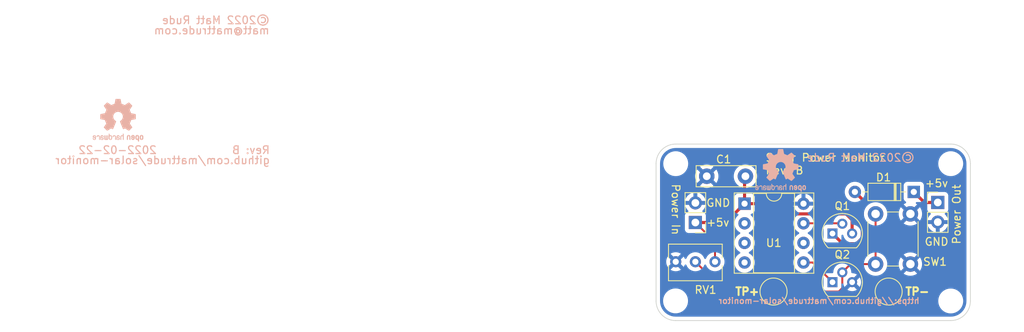
<source format=kicad_pcb>
(kicad_pcb (version 20211014) (generator pcbnew)
  (title_block (date "2022-04-15") (rev "B"))
  (layers (0 "F.Cu" signal) (31 "B.Cu" signal) (34 "B.Paste" user) (35 "F.Paste" user) (36 "B.SilkS" user "B.Silkscreen") (37 "F.SilkS" user "F.Silkscreen") (38 "B.Mask" user) (39 "F.Mask" user) (44 "Edge.Cuts" user))
  (net 0 "")
  (net 1 "/-5v")
  (net 2 "/+5v")
  (net 3 "Net-(D1-Pad1)")
  (net 8 "Net-(D1-Pad2)")
  (net 9 "Net-(Q2-Pad1)")
  (net 10 "Net-(Q2-Pad2)")
  (net 11 "Net-(Q1-Pad2)")
  (footprint "MountingHole:MountingHole_2.2mm_M2" (layer "F.Cu") (at 168.581051 82.081051)
    (fp_text reference "REF1" hide)
    (fp_text value "MountingHole_2.2mm_M2")
    (pad "" np_thru_hole circle (at 0 0) (size 2.2 2.2) (drill 2.2) (layers *.Cu *.Mask))
  )
  (footprint "Diode_THT:D_DO-35_SOD27_P7.62mm_Horizontal" (layer "F.Cu") (at 199.365851 85.738651 180)
    (fp_text reference "D1" (at 3.9116 1.8796) (layer "F.SilkS"))
    (fp_text value "1N914")
    (pad "1" thru_hole rect (at 0 0 180) (size 1.6 1.6) (drill 0.8) (layers *.Cu *.Mask) (net 3 "Net-(D1-Pad1)"))
    (pad "2" thru_hole oval (at 7.62 0 180) (size 1.6 1.6) (drill 0.8) (layers *.Cu *.Mask) (net 8 "Net-(D1-Pad2)"))
  )
  (footprint "TestPoint:TestPoint_Pad_D3.0mm" (layer "F.Cu") (at 181.230251 98.641851)
    (fp_text reference "TP1" hide)
    (fp_text value "TestPoint")
    (pad "1" smd circle (at 0 0) (size 3 3) (layers "F.Cu" "F.Mask") (net 10 "Net-(Q2-Pad2)"))
  )
  (footprint "MountingHole:MountingHole_2.2mm_M2" (layer "F.Cu") (at 204.141051 82.081051)
    (fp_text reference "REF2" hide)
    (fp_text value "MountingHole_2.2mm_M2")
    (pad "" np_thru_hole circle (at 0 0) (size 2.2 2.2) (drill 2.2) (layers *.Cu *.Mask))
  )
  (footprint "Connector_PinHeader_2.54mm:PinHeader_1x02_P2.54mm_Vertical" (layer "F.Cu") (at 202.464651 87.105251)
    (fp_text reference "J2" hide)
    (fp_text value "Power Out")
    (pad "1" thru_hole rect (at 0 0) (size 1.7 1.7) (drill 1) (layers *.Cu *.Mask) (net 3 "Net-(D1-Pad1)"))
    (pad "2" thru_hole oval (at 0 2.54) (size 1.7 1.7) (drill 1) (layers *.Cu *.Mask) (net 1 "/-5v"))
  )
  (footprint "MountingHole:MountingHole_2.2mm_M2" (layer "F.Cu") (at 204.141051 99.861051)
    (fp_text reference "REF4" hide)
    (fp_text value "MountingHole_2.2mm_M2")
    (pad "" np_thru_hole circle (at 0 0) (size 2.2 2.2) (drill 2.2) (layers *.Cu *.Mask))
  )
  (footprint "TestPoint:TestPoint_Pad_D3.0mm" (layer "F.Cu") (at 196.114651 98.641851)
    (fp_text reference "TP2" hide)
    (fp_text value "TestPoint")
    (pad "1" smd circle (at 0 0) (size 3 3) (layers "F.Cu" "F.Mask") (net 1 "/-5v"))
  )
  (footprint "Connector_PinHeader_2.54mm:PinHeader_1x02_P2.54mm_Vertical" (layer "F.Cu") (at 171.121051 89.701051 180)
    (fp_text reference "J1" hide)
    (fp_text value "Power IN")
    (pad "1" thru_hole rect (at 0 0 180) (size 1.7 1.7) (drill 1) (layers *.Cu *.Mask) (net 2 "/+5v"))
    (pad "2" thru_hole oval (at 0 2.54 180) (size 1.7 1.7) (drill 1) (layers *.Cu *.Mask) (net 1 "/-5v"))
  )
  (footprint "Package_TO_SOT_THT:TO-92" (layer "F.Cu") (at 188.850251 97.427051)
    (fp_text reference "Q2" (at 1.27 -3.56) (layer "F.SilkS"))
    (fp_text value "MCP102-300E/TO")
    (pad "1" thru_hole rect (at 0 0) (size 1.3 1.3) (drill 0.75) (layers *.Cu *.Mask) (net 9 "Net-(Q2-Pad1)"))
    (pad "2" thru_hole circle (at 1.27 -1.27) (size 1.3 1.3) (drill 0.75) (layers *.Cu *.Mask) (net 10 "Net-(Q2-Pad2)"))
    (pad "3" thru_hole circle (at 2.54 0) (size 1.3 1.3) (drill 0.75) (layers *.Cu *.Mask) (net 1 "/-5v"))
  )
  (footprint "Package_TO_SOT_THT:TO-92" (layer "F.Cu") (at 188.850251 91.127851)
    (fp_text reference "Q1" (at 1.27 -3.56) (layer "F.SilkS"))
    (fp_text value "PN2222A")
    (pad "1" thru_hole rect (at 0 0) (size 1.3 1.3) (drill 0.75) (layers *.Cu *.Mask) (net 8 "Net-(D1-Pad2)"))
    (pad "2" thru_hole circle (at 1.27 -1.27) (size 1.3 1.3) (drill 0.75) (layers *.Cu *.Mask) (net 11 "Net-(Q1-Pad2)"))
    (pad "3" thru_hole circle (at 2.54 0) (size 1.3 1.3) (drill 0.75) (layers *.Cu *.Mask) (net 2 "/+5v"))
  )
  (footprint "Button_Switch_THT:SW_PUSH_6mm" (layer "F.Cu") (at 198.923451 88.584651 -90)
    (fp_text reference "SW1" (at 6.1964 -3.1856) (layer "F.SilkS"))
    (fp_text value "SW_Push")
    (pad "1" thru_hole circle (at 6.5 0) (size 2 2) (drill 1.1) (layers *.Cu *.Mask) (net 1 "/-5v"))
    (pad "1" thru_hole circle (at 0 0) (size 2 2) (drill 1.1) (layers *.Cu *.Mask) (net 1 "/-5v"))
    (pad "2" thru_hole circle (at 0 4.5) (size 2 2) (drill 1.1) (layers *.Cu *.Mask) (net 10 "Net-(Q2-Pad2)"))
    (pad "2" thru_hole circle (at 6.5 4.5) (size 2 2) (drill 1.1) (layers *.Cu *.Mask) (net 10 "Net-(Q2-Pad2)"))
  )
  (footprint "Capacitor_THT:C_Disc_D7.5mm_W2.5mm_P5.00mm" (layer "F.Cu") (at 172.594251 83.706651)
    (fp_text reference "C1" (at 2.1844 -2.1844) (layer "F.SilkS"))
    (fp_text value "10pF")
    (pad "1" thru_hole circle (at 0 0) (size 2 2) (drill 1) (layers *.Cu *.Mask) (net 1 "/-5v"))
    (pad "2" thru_hole circle (at 5 0) (size 2 2) (drill 1) (layers *.Cu *.Mask) (net 2 "/+5v"))
  )
  (footprint "Potentiometer_THT:Potentiometer_Bourns_3266Y_Vertical" (layer "F.Cu") (at 173.661051 94.781051)
    (fp_text reference "RV1" (at -1.221615 3.642684) (layer "F.SilkS"))
    (fp_text value "10K")
    (pad "1" thru_hole circle (at 0 0) (size 1.44 1.44) (drill 0.8) (layers *.Cu *.Mask) (net 2 "/+5v"))
    (pad "2" thru_hole circle (at -2.54 0) (size 1.44 1.44) (drill 0.8) (layers *.Cu *.Mask) (net 10 "Net-(Q2-Pad2)"))
    (pad "3" thru_hole circle (at -5.08 0) (size 1.44 1.44) (drill 0.8) (layers *.Cu *.Mask) (net 1 "/-5v"))
  )
  (footprint "Package_DIP:DIP-8_W7.62mm_Socket" (layer "F.Cu") (at 177.481051 87.261051)
    (fp_text reference "U1" (at 3.781949 5.088949) (layer "F.SilkS"))
    (fp_text value "PIC16F15214-I/P")
    (pad "1" thru_hole rect (at 0 0) (size 1.6 1.6) (drill 0.8) (layers *.Cu *.Mask) (net 2 "/+5v"))
    (pad "2" thru_hole oval (at 0 2.54) (size 1.6 1.6) (drill 0.8) (layers *.Cu *.Mask))
    (pad "3" thru_hole oval (at 0 5.08) (size 1.6 1.6) (drill 0.8) (layers *.Cu *.Mask))
    (pad "4" thru_hole oval (at 0 7.62) (size 1.6 1.6) (drill 0.8) (layers *.Cu *.Mask))
    (pad "5" thru_hole oval (at 7.62 7.62) (size 1.6 1.6) (drill 0.8) (layers *.Cu *.Mask) (net 9 "Net-(Q2-Pad1)"))
    (pad "6" thru_hole oval (at 7.62 5.08) (size 1.6 1.6) (drill 0.8) (layers *.Cu *.Mask))
    (pad "7" thru_hole oval (at 7.62 2.54) (size 1.6 1.6) (drill 0.8) (layers *.Cu *.Mask) (net 11 "Net-(Q1-Pad2)"))
    (pad "8" thru_hole oval (at 7.62 0) (size 1.6 1.6) (drill 0.8) (layers *.Cu *.Mask) (net 1 "/-5v"))
  )
  (footprint "MountingHole:MountingHole_2.2mm_M2" (layer "F.Cu") (at 168.559297 99.850706)
    (fp_text reference "REF3" hide)
    (fp_text value "MountingHole_2.2mm_M2")
    (pad "" np_thru_hole circle (at 0 0) (size 2.2 2.2) (drill 2.2) (layers *.Cu *.Mask))
  )
  (footprint "Symbol:OSHW-Logo2_7.3x6mm_SilkScreen" (layer "B.Cu") (at 96.4692 76.454 180)
    (fp_text reference "REF5" hide)
    (fp_text value "OSHW-Logo2_7.3x6mm_SilkScreen" hide)
  )
  (footprint "Symbol:OSHW-Logo2_7.3x6mm_SilkScreen" (layer "B.Cu") (at 182.152 82.952 180)
    (fp_text reference "REF**" hide)
    (fp_text value "OSHW-Logo2_7.3x6mm_SilkScreen" hide)
  )
  (gr_line (start 168.581051 79.541051) (end 204.141051 79.541051) (layer "Edge.Cuts") (width 0.1))
  (gr_line (start 166.041051 99.861051) (end 166.041051 82.081051) (layer "Edge.Cuts") (width 0.1))
  (gr_arc (start 168.581051 102.401051) (mid 166.785 101.657102) (end 166.041051 99.861051) (layer "Edge.Cuts") (width 0.1))
  (gr_arc (start 206.681052 99.861052) (mid 205.937103 101.657103) (end 204.141052 102.401052) (layer "Edge.Cuts") (width 0.1))
  (gr_arc (start 204.141051 79.541051) (mid 205.937102 80.285) (end 206.681051 82.081051) (layer "Edge.Cuts") (width 0.1))
  (gr_arc (start 166.041051 82.081051) (mid 166.785 80.285) (end 168.581051 79.541051) (layer "Edge.Cuts") (width 0.1))
  (gr_line (start 204.141052 102.401052) (end 168.581051 102.401051) (layer "Edge.Cuts") (width 0.1))
  (gr_line (start 206.681051 82.081051) (end 206.681052 99.861052) (layer "Edge.Cuts") (width 0.1))
  (gr_text "matt@mattrude.com" (at 116.1288 64.8208) (layer "B.SilkS") (effects (font (size 1 1)) (justify left mirror)))
  (gr_text "https://github.com/mattrude/solar-monitor" (at 187.105 99.843) (layer "B.SilkS") (effects (font (size 0.762 0.762)) (justify mirror)))
  (gr_text "©2022 Matt Rude" (at 199.551 81.301) (layer "B.SilkS") (effects (font (size 1 1)) (justify left mirror)))
  (gr_text "github.com/mattrude/solar-monitor" (at 116.1796 81.6356) (layer "B.SilkS") (effects (font (size 0.999998 0.999998)) (justify left mirror)))
  (gr_text "Rev: B" (at 116.1796 80.3148) (layer "B.SilkS") (effects (font (size 1 1)) (justify left mirror)))
  (gr_text "2022-02-22" (at 101.5492 80.3148) (layer "B.SilkS") (effects (font (size 1 1)) (justify left mirror)))
  (gr_text "©2022 Matt Rude" (at 109.101419 63.5) (layer "B.SilkS") (effects (font (size 1 1)) (justify mirror)))
  (gr_text "GND" (at 202.312251 92.190251) (layer "F.SilkS") (effects (font (size 1 1))))
  (gr_text "+5v" (at 172.451051 89.701051) (layer "F.SilkS") (effects (font (size 1 1)) (justify left)))
  (gr_text "+5v" (at 202.312251 84.621051) (layer "F.SilkS") (effects (font (size 1 1))))
  (gr_text "Solar Power Monitor" (at 180.12 81.301) (layer "F.SilkS") (effects (font (size 1 1)) (justify left)))
  (gr_text "Power In" (at 168.581051 84.621051 -90) (layer "F.SilkS") (effects (font (size 1 1)) (justify left)))
  (gr_text "Rev: B" (at 180.12 82.952) (layer "F.SilkS") (effects (font (size 1 1)) (justify left)))
  (gr_text "TP+" (at 177.826651 98.641851) (layer "F.SilkS") (effects (font (size 1 1) (thickness 0.25))))
  (gr_text "TP-" (at 199.823051 98.641851) (layer "F.SilkS") (effects (font (size 1 1) (thickness 0.25))))
  (gr_text "GND" (at 174.079026 87.155276) (layer "F.SilkS") (effects (font (size 1 1))))
  (gr_text "Power Out" (at 204.903051 92.596651 90) (layer "F.SilkS") (effects (font (size 1 1)) (justify left)))
  (segment (start 196.114651 97.893451) (end 198.923451 95.084651) (width 0.25) (layer "F.Cu") (net 1))
  (segment (start 196.114651 98.641851) (end 196.114651 97.893451) (width 0.25) (layer "F.Cu") (net 1))
  (segment (start 177.481051 87.261051) (end 182.905051 87.261051) (width 0.4) (layer "F.Cu") (net 2))
  (segment (start 173.661051 92.241051) (end 171.121051 89.701051) (width 0.25) (layer "F.Cu") (net 2))
  (segment (start 177.481051 87.261051) (end 177.481051 83.807451) (width 0.4) (layer "F.Cu") (net 2))
  (segment (start 173.661051 94.781051) (end 173.661051 92.241051) (width 0.25) (layer "F.Cu") (net 2))
  (segment (start 177.481051 87.261051) (end 175.041051 89.701051) (width 0.4) (layer "F.Cu") (net 2))
  (segment (start 184.227451 88.583451) (end 190.604827 88.583451) (width 0.4) (layer "F.Cu") (net 2))
  (segment (start 175.041051 89.701051) (end 171.121051 89.701051) (width 0.4) (layer "F.Cu") (net 2))
  (segment (start 182.905051 87.261051) (end 184.227451 88.583451) (width 0.4) (layer "F.Cu") (net 2))
  (segment (start 190.604827 88.583451) (end 191.390251 89.368875) (width 0.4) (layer "F.Cu") (net 2))
  (segment (start 191.390251 89.368875) (end 191.390251 91.127851) (width 0.4) (layer "F.Cu") (net 2))
  (segment (start 202.464651 87.105251) (end 200.732451 87.105251) (width 0.4) (layer "F.Cu") (net 3))
  (segment (start 200.732451 87.105251) (end 199.365851 85.738651) (width 0.4) (layer "F.Cu") (net 3))
  (segment (start 188.850251 91.127851) (end 190.166651 92.444251) (width 0.4) (layer "F.Cu") (net 8))
  (segment (start 192.711051 91.682251) (end 192.711051 86.703851) (width 0.4) (layer "F.Cu") (net 8))
  (segment (start 191.949051 92.444251) (end 192.711051 91.682251) (width 0.4) (layer "F.Cu") (net 8))
  (segment (start 192.711051 86.703851) (end 191.745851 85.738651) (width 0.4) (layer "F.Cu") (net 8))
  (segment (start 190.166651 92.444251) (end 191.949051 92.444251) (width 0.4) (layer "F.Cu") (net 8))
  (segment (start 185.101051 94.881051) (end 186.304251 94.881051) (width 0.25) (layer "F.Cu") (net 9))
  (segment (start 186.304251 94.881051) (end 188.850251 97.427051) (width 0.25) (layer "F.Cu") (net 9))
  (segment (start 171.121051 94.781051) (end 174.981851 98.641851) (width 0.25) (layer "F.Cu") (net 10))
  (segment (start 189.663051 98.641851) (end 190.120251 98.184651) (width 0.25) (layer "F.Cu") (net 10))
  (segment (start 190.120251 96.157051) (end 191.192651 95.084651) (width 0.25) (layer "F.Cu") (net 10))
  (segment (start 174.981851 98.641851) (end 181.281051 98.641851) (width 0.25) (layer "F.Cu") (net 10))
  (segment (start 194.423451 88.584651) (end 194.423451 95.084651) (width 0.25) (layer "F.Cu") (net 10))
  (segment (start 181.281051 98.641851) (end 189.663051 98.641851) (width 0.25) (layer "F.Cu") (net 10))
  (segment (start 191.192651 95.084651) (end 194.423451 95.084651) (width 0.25) (layer "F.Cu") (net 10))
  (segment (start 190.120251 98.184651) (end 190.120251 96.157051) (width 0.25) (layer "F.Cu") (net 10))
  (segment (start 185.101051 89.801051) (end 189.809451 89.801051) (width 0.25) (layer "F.Cu") (net 11))
  (segment (start 189.809451 89.801051) (end 190.120251 90.111851) (width 0.25) (layer "F.Cu") (net 11))
  (zone (net 1) (net_name "/-5v") (layer "B.Cu") (name "GND") (connect_pads (clearance 0.508)) (min_thickness 0.254) (fill yes (thermal_gap 0.508) (thermal_bridge_width 0.508) (smoothing chamfer))
    (polygon (pts (xy 206.681051 102.401051) (xy 166.041051 102.401051) (xy 166.041051 79.541051) (xy 206.681051 79.541051)))
  )
)
</source>
